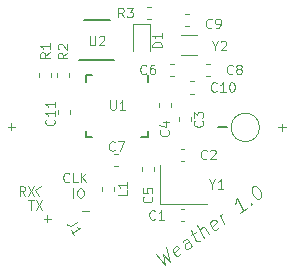
<source format=gbr>
G04 #@! TF.GenerationSoftware,KiCad,Pcbnew,6.0.0-rc1-unknown-181ce46~66~ubuntu18.04.1*
G04 #@! TF.CreationDate,2018-09-11T11:27:27+02:00*
G04 #@! TF.ProjectId,weather,776561746865722E6B696361645F7063,1.0*
G04 #@! TF.SameCoordinates,Original*
G04 #@! TF.FileFunction,Legend,Top*
G04 #@! TF.FilePolarity,Positive*
%FSLAX46Y46*%
G04 Gerber Fmt 4.6, Leading zero omitted, Abs format (unit mm)*
G04 Created by KiCad (PCBNEW 6.0.0-rc1-unknown-181ce46~66~ubuntu18.04.1) date Tue Sep 11 11:27:27 2018*
%MOMM*%
%LPD*%
G01*
G04 APERTURE LIST*
%ADD10C,0.100000*%
%ADD11C,0.120000*%
%ADD12C,0.150000*%
G04 APERTURE END LIST*
D10*
X103445238Y-84007142D02*
X104054761Y-84007142D01*
X103750000Y-84311904D02*
X103750000Y-83702380D01*
X106695238Y-83332142D02*
X107304761Y-83332142D01*
X102140476Y-82461904D02*
X102597619Y-82461904D01*
X102369047Y-83261904D02*
X102369047Y-82461904D01*
X102788095Y-82461904D02*
X103321428Y-83261904D01*
X103321428Y-82461904D02*
X102788095Y-83261904D01*
X101866666Y-82061904D02*
X101600000Y-81680952D01*
X101409523Y-82061904D02*
X101409523Y-81261904D01*
X101714285Y-81261904D01*
X101790476Y-81300000D01*
X101828571Y-81338095D01*
X101866666Y-81414285D01*
X101866666Y-81528571D01*
X101828571Y-81604761D01*
X101790476Y-81642857D01*
X101714285Y-81680952D01*
X101409523Y-81680952D01*
X102133333Y-81261904D02*
X102666666Y-82061904D01*
X102666666Y-81261904D02*
X102133333Y-82061904D01*
X105955952Y-82236904D02*
X105955952Y-81436904D01*
X106489285Y-81436904D02*
X106641666Y-81436904D01*
X106717857Y-81475000D01*
X106794047Y-81551190D01*
X106832142Y-81703571D01*
X106832142Y-81970238D01*
X106794047Y-82122619D01*
X106717857Y-82198809D01*
X106641666Y-82236904D01*
X106489285Y-82236904D01*
X106413095Y-82198809D01*
X106336904Y-82122619D01*
X106298809Y-81970238D01*
X106298809Y-81703571D01*
X106336904Y-81551190D01*
X106413095Y-81475000D01*
X106489285Y-81436904D01*
X105623809Y-80860714D02*
X105585714Y-80898809D01*
X105471428Y-80936904D01*
X105395238Y-80936904D01*
X105280952Y-80898809D01*
X105204761Y-80822619D01*
X105166666Y-80746428D01*
X105128571Y-80594047D01*
X105128571Y-80479761D01*
X105166666Y-80327380D01*
X105204761Y-80251190D01*
X105280952Y-80175000D01*
X105395238Y-80136904D01*
X105471428Y-80136904D01*
X105585714Y-80175000D01*
X105623809Y-80213095D01*
X106347619Y-80936904D02*
X105966666Y-80936904D01*
X105966666Y-80136904D01*
X106614285Y-80936904D02*
X106614285Y-80136904D01*
X107071428Y-80936904D02*
X106728571Y-80479761D01*
X107071428Y-80136904D02*
X106614285Y-80594047D01*
X112944997Y-87014739D02*
X113744459Y-87919879D01*
X113527823Y-87025191D01*
X114118928Y-87657673D01*
X113787553Y-86424775D01*
X115074986Y-86918475D02*
X115008293Y-87034933D01*
X114821059Y-87166036D01*
X114700517Y-87180682D01*
X114599859Y-87111646D01*
X114384461Y-86704401D01*
X114377420Y-86569814D01*
X114444113Y-86453357D01*
X114631348Y-86322253D01*
X114751890Y-86307607D01*
X114852548Y-86376643D01*
X114906397Y-86478454D01*
X114492160Y-86908024D01*
X115991276Y-86346641D02*
X115695104Y-85786679D01*
X115594446Y-85717643D01*
X115473904Y-85732289D01*
X115286669Y-85863392D01*
X115219977Y-85979849D01*
X115964351Y-86295735D02*
X115897659Y-86412192D01*
X115663615Y-86576071D01*
X115543073Y-86590717D01*
X115442415Y-86521682D01*
X115388566Y-86419871D01*
X115381525Y-86285283D01*
X115448217Y-86168826D01*
X115682261Y-86004947D01*
X115748954Y-85888490D01*
X115941991Y-85404531D02*
X116316460Y-85142325D01*
X115893944Y-84949864D02*
X116378589Y-85866166D01*
X116479247Y-85935201D01*
X116599789Y-85920556D01*
X116693406Y-85855004D01*
X117021067Y-85625573D02*
X116455648Y-84556554D01*
X117442345Y-85330591D02*
X117146173Y-84770629D01*
X117045515Y-84701593D01*
X116924973Y-84716239D01*
X116784547Y-84814567D01*
X116717855Y-84931024D01*
X116697971Y-85014705D01*
X118257977Y-84689721D02*
X118191284Y-84806178D01*
X118004050Y-84937282D01*
X117883507Y-84951928D01*
X117782849Y-84882892D01*
X117567452Y-84475647D01*
X117560411Y-84341060D01*
X117627104Y-84224602D01*
X117814338Y-84093499D01*
X117934880Y-84078853D01*
X118035539Y-84147889D01*
X118089388Y-84249700D01*
X117675150Y-84679269D01*
X118752989Y-84412869D02*
X118376043Y-83700190D01*
X118483741Y-83903812D02*
X118476701Y-83769225D01*
X118496585Y-83685544D01*
X118563277Y-83569086D01*
X118656895Y-83503535D01*
X120625336Y-83101837D02*
X120063632Y-83495147D01*
X120344484Y-83298492D02*
X119779065Y-82229473D01*
X119766222Y-82447741D01*
X119726454Y-82615104D01*
X119659761Y-82731562D01*
X120992765Y-82705044D02*
X121066498Y-82723173D01*
X121046614Y-82806855D01*
X120972881Y-82788725D01*
X120992765Y-82705044D01*
X121046614Y-82806855D01*
X121136517Y-81278975D02*
X121230134Y-81213423D01*
X121350676Y-81198777D01*
X121424410Y-81216907D01*
X121525068Y-81285943D01*
X121679575Y-81456790D01*
X121814199Y-81711318D01*
X121875089Y-81947716D01*
X121882130Y-82082303D01*
X121862246Y-82165985D01*
X121795553Y-82282442D01*
X121701936Y-82347994D01*
X121581394Y-82362640D01*
X121507660Y-82344510D01*
X121407002Y-82275474D01*
X121252495Y-82104627D01*
X121117871Y-81850099D01*
X121056981Y-81613701D01*
X121049940Y-81479114D01*
X121069824Y-81395432D01*
X121136517Y-81278975D01*
X123320238Y-76282142D02*
X123929761Y-76282142D01*
X123625000Y-76586904D02*
X123625000Y-75977380D01*
X100395238Y-76232142D02*
X101004761Y-76232142D01*
X100700000Y-76536904D02*
X100700000Y-75927380D01*
D11*
G04 #@! TO.C,TP1*
X121725000Y-76275000D02*
G75*
G03X121725000Y-76275000I-1200000J0D01*
G01*
G04 #@! TO.C,R3*
X112512779Y-66090000D02*
X112187221Y-66090000D01*
X112512779Y-67110000D02*
X112187221Y-67110000D01*
G04 #@! TO.C,D1*
X111015000Y-67515000D02*
X111015000Y-69800000D01*
X112485000Y-67515000D02*
X111015000Y-67515000D01*
X112485000Y-69800000D02*
X112485000Y-67515000D01*
G04 #@! TO.C,J1*
X103015148Y-82085148D02*
X102697648Y-81535222D01*
X102697648Y-81535222D02*
X103247574Y-81217722D01*
G04 #@! TO.C,C10*
X115837221Y-73410000D02*
X116162779Y-73410000D01*
X115837221Y-72390000D02*
X116162779Y-72390000D01*
G04 #@! TO.C,C11*
X105660000Y-74837221D02*
X105660000Y-75162779D01*
X104640000Y-74837221D02*
X104640000Y-75162779D01*
G04 #@! TO.C,Y2*
X116425000Y-68425000D02*
X115075000Y-68425000D01*
X116425000Y-70175000D02*
X115075000Y-70175000D01*
G04 #@! TO.C,Y1*
X113300000Y-79450000D02*
X113300000Y-82750000D01*
X113300000Y-82750000D02*
X117300000Y-82750000D01*
G04 #@! TO.C,C8*
X117562779Y-70890000D02*
X117237221Y-70890000D01*
X117562779Y-71910000D02*
X117237221Y-71910000D01*
G04 #@! TO.C,C9*
X115762779Y-67660000D02*
X115437221Y-67660000D01*
X115762779Y-66640000D02*
X115437221Y-66640000D01*
D12*
G04 #@! TO.C,U2*
X106475000Y-70575000D02*
X109425000Y-70575000D01*
X106850000Y-67175000D02*
X109050000Y-67175000D01*
D11*
G04 #@! TO.C,R1*
X104085000Y-72012779D02*
X104085000Y-71687221D01*
X103065000Y-72012779D02*
X103065000Y-71687221D01*
G04 #@! TO.C,R2*
X104565000Y-72012779D02*
X104565000Y-71687221D01*
X105585000Y-72012779D02*
X105585000Y-71687221D01*
G04 #@! TO.C,C1*
X115037221Y-84210000D02*
X115362779Y-84210000D01*
X115037221Y-83190000D02*
X115362779Y-83190000D01*
G04 #@! TO.C,C2*
X115362779Y-79110000D02*
X115037221Y-79110000D01*
X115362779Y-78090000D02*
X115037221Y-78090000D01*
G04 #@! TO.C,C3*
X114890000Y-75762779D02*
X114890000Y-75437221D01*
X115910000Y-75762779D02*
X115910000Y-75437221D01*
G04 #@! TO.C,C4*
X113190000Y-74237221D02*
X113190000Y-74562779D01*
X114210000Y-74237221D02*
X114210000Y-74562779D01*
G04 #@! TO.C,C5*
X112810000Y-79637221D02*
X112810000Y-79962779D01*
X111790000Y-79637221D02*
X111790000Y-79962779D01*
G04 #@! TO.C,C6*
X114137221Y-71910000D02*
X114462779Y-71910000D01*
X114137221Y-70890000D02*
X114462779Y-70890000D01*
G04 #@! TO.C,C7*
X109437221Y-78490000D02*
X109762779Y-78490000D01*
X109437221Y-79510000D02*
X109762779Y-79510000D01*
G04 #@! TO.C,L1*
X108370000Y-81662779D02*
X108370000Y-81337221D01*
X109390000Y-81662779D02*
X109390000Y-81337221D01*
D12*
G04 #@! TO.C,U1*
X112250000Y-77125000D02*
X111725000Y-77125000D01*
X107000000Y-71875000D02*
X107525000Y-71875000D01*
X107000000Y-77125000D02*
X107525000Y-77125000D01*
X112250000Y-71875000D02*
X112250000Y-72400000D01*
X107000000Y-71875000D02*
X107000000Y-72400000D01*
X107000000Y-77125000D02*
X107000000Y-76600000D01*
X112250000Y-77125000D02*
X112250000Y-76600000D01*
G04 #@! TO.C,TP1*
X118169047Y-76271428D02*
X118930952Y-76271428D01*
G04 #@! TO.C,R3*
D10*
X110241666Y-66961904D02*
X109975000Y-66580952D01*
X109784523Y-66961904D02*
X109784523Y-66161904D01*
X110089285Y-66161904D01*
X110165476Y-66200000D01*
X110203571Y-66238095D01*
X110241666Y-66314285D01*
X110241666Y-66428571D01*
X110203571Y-66504761D01*
X110165476Y-66542857D01*
X110089285Y-66580952D01*
X109784523Y-66580952D01*
X110508333Y-66161904D02*
X111003571Y-66161904D01*
X110736904Y-66466666D01*
X110851190Y-66466666D01*
X110927380Y-66504761D01*
X110965476Y-66542857D01*
X111003571Y-66619047D01*
X111003571Y-66809523D01*
X110965476Y-66885714D01*
X110927380Y-66923809D01*
X110851190Y-66961904D01*
X110622619Y-66961904D01*
X110546428Y-66923809D01*
X110508333Y-66885714D01*
G04 #@! TO.C,D1*
X113461904Y-69490476D02*
X112661904Y-69490476D01*
X112661904Y-69300000D01*
X112700000Y-69185714D01*
X112776190Y-69109523D01*
X112852380Y-69071428D01*
X113004761Y-69033333D01*
X113119047Y-69033333D01*
X113271428Y-69071428D01*
X113347619Y-69109523D01*
X113423809Y-69185714D01*
X113461904Y-69300000D01*
X113461904Y-69490476D01*
X113461904Y-68271428D02*
X113461904Y-68728571D01*
X113461904Y-68500000D02*
X112661904Y-68500000D01*
X112776190Y-68576190D01*
X112852380Y-68652380D01*
X112890476Y-68728571D01*
G04 #@! TO.C,J1*
X106271068Y-84300012D02*
X105776196Y-84585726D01*
X105658174Y-84609877D01*
X105554096Y-84581990D01*
X105463962Y-84502063D01*
X105425866Y-84436080D01*
X105978247Y-85392832D02*
X105749676Y-84996935D01*
X105863962Y-85194883D02*
X106556782Y-84794883D01*
X106419712Y-84786043D01*
X106315634Y-84758156D01*
X106244548Y-84711220D01*
G04 #@! TO.C,C10*
X118085714Y-73185714D02*
X118047619Y-73223809D01*
X117933333Y-73261904D01*
X117857142Y-73261904D01*
X117742857Y-73223809D01*
X117666666Y-73147619D01*
X117628571Y-73071428D01*
X117590476Y-72919047D01*
X117590476Y-72804761D01*
X117628571Y-72652380D01*
X117666666Y-72576190D01*
X117742857Y-72500000D01*
X117857142Y-72461904D01*
X117933333Y-72461904D01*
X118047619Y-72500000D01*
X118085714Y-72538095D01*
X118847619Y-73261904D02*
X118390476Y-73261904D01*
X118619047Y-73261904D02*
X118619047Y-72461904D01*
X118542857Y-72576190D01*
X118466666Y-72652380D01*
X118390476Y-72690476D01*
X119342857Y-72461904D02*
X119419047Y-72461904D01*
X119495238Y-72500000D01*
X119533333Y-72538095D01*
X119571428Y-72614285D01*
X119609523Y-72766666D01*
X119609523Y-72957142D01*
X119571428Y-73109523D01*
X119533333Y-73185714D01*
X119495238Y-73223809D01*
X119419047Y-73261904D01*
X119342857Y-73261904D01*
X119266666Y-73223809D01*
X119228571Y-73185714D01*
X119190476Y-73109523D01*
X119152380Y-72957142D01*
X119152380Y-72766666D01*
X119190476Y-72614285D01*
X119228571Y-72538095D01*
X119266666Y-72500000D01*
X119342857Y-72461904D01*
G04 #@! TO.C,C11*
X104310714Y-75614285D02*
X104348809Y-75652380D01*
X104386904Y-75766666D01*
X104386904Y-75842857D01*
X104348809Y-75957142D01*
X104272619Y-76033333D01*
X104196428Y-76071428D01*
X104044047Y-76109523D01*
X103929761Y-76109523D01*
X103777380Y-76071428D01*
X103701190Y-76033333D01*
X103625000Y-75957142D01*
X103586904Y-75842857D01*
X103586904Y-75766666D01*
X103625000Y-75652380D01*
X103663095Y-75614285D01*
X104386904Y-74852380D02*
X104386904Y-75309523D01*
X104386904Y-75080952D02*
X103586904Y-75080952D01*
X103701190Y-75157142D01*
X103777380Y-75233333D01*
X103815476Y-75309523D01*
X104386904Y-74090476D02*
X104386904Y-74547619D01*
X104386904Y-74319047D02*
X103586904Y-74319047D01*
X103701190Y-74395238D01*
X103777380Y-74471428D01*
X103815476Y-74547619D01*
G04 #@! TO.C,Y2*
X117969047Y-69380952D02*
X117969047Y-69761904D01*
X117702380Y-68961904D02*
X117969047Y-69380952D01*
X118235714Y-68961904D01*
X118464285Y-69038095D02*
X118502380Y-69000000D01*
X118578571Y-68961904D01*
X118769047Y-68961904D01*
X118845238Y-69000000D01*
X118883333Y-69038095D01*
X118921428Y-69114285D01*
X118921428Y-69190476D01*
X118883333Y-69304761D01*
X118426190Y-69761904D01*
X118921428Y-69761904D01*
G04 #@! TO.C,Y1*
X117719047Y-81080952D02*
X117719047Y-81461904D01*
X117452380Y-80661904D02*
X117719047Y-81080952D01*
X117985714Y-80661904D01*
X118671428Y-81461904D02*
X118214285Y-81461904D01*
X118442857Y-81461904D02*
X118442857Y-80661904D01*
X118366666Y-80776190D01*
X118290476Y-80852380D01*
X118214285Y-80890476D01*
G04 #@! TO.C,C8*
X119466666Y-71685714D02*
X119428571Y-71723809D01*
X119314285Y-71761904D01*
X119238095Y-71761904D01*
X119123809Y-71723809D01*
X119047619Y-71647619D01*
X119009523Y-71571428D01*
X118971428Y-71419047D01*
X118971428Y-71304761D01*
X119009523Y-71152380D01*
X119047619Y-71076190D01*
X119123809Y-71000000D01*
X119238095Y-70961904D01*
X119314285Y-70961904D01*
X119428571Y-71000000D01*
X119466666Y-71038095D01*
X119923809Y-71304761D02*
X119847619Y-71266666D01*
X119809523Y-71228571D01*
X119771428Y-71152380D01*
X119771428Y-71114285D01*
X119809523Y-71038095D01*
X119847619Y-71000000D01*
X119923809Y-70961904D01*
X120076190Y-70961904D01*
X120152380Y-71000000D01*
X120190476Y-71038095D01*
X120228571Y-71114285D01*
X120228571Y-71152380D01*
X120190476Y-71228571D01*
X120152380Y-71266666D01*
X120076190Y-71304761D01*
X119923809Y-71304761D01*
X119847619Y-71342857D01*
X119809523Y-71380952D01*
X119771428Y-71457142D01*
X119771428Y-71609523D01*
X119809523Y-71685714D01*
X119847619Y-71723809D01*
X119923809Y-71761904D01*
X120076190Y-71761904D01*
X120152380Y-71723809D01*
X120190476Y-71685714D01*
X120228571Y-71609523D01*
X120228571Y-71457142D01*
X120190476Y-71380952D01*
X120152380Y-71342857D01*
X120076190Y-71304761D01*
G04 #@! TO.C,C9*
X117666666Y-67785714D02*
X117628571Y-67823809D01*
X117514285Y-67861904D01*
X117438095Y-67861904D01*
X117323809Y-67823809D01*
X117247619Y-67747619D01*
X117209523Y-67671428D01*
X117171428Y-67519047D01*
X117171428Y-67404761D01*
X117209523Y-67252380D01*
X117247619Y-67176190D01*
X117323809Y-67100000D01*
X117438095Y-67061904D01*
X117514285Y-67061904D01*
X117628571Y-67100000D01*
X117666666Y-67138095D01*
X118047619Y-67861904D02*
X118200000Y-67861904D01*
X118276190Y-67823809D01*
X118314285Y-67785714D01*
X118390476Y-67671428D01*
X118428571Y-67519047D01*
X118428571Y-67214285D01*
X118390476Y-67138095D01*
X118352380Y-67100000D01*
X118276190Y-67061904D01*
X118123809Y-67061904D01*
X118047619Y-67100000D01*
X118009523Y-67138095D01*
X117971428Y-67214285D01*
X117971428Y-67404761D01*
X118009523Y-67480952D01*
X118047619Y-67519047D01*
X118123809Y-67557142D01*
X118276190Y-67557142D01*
X118352380Y-67519047D01*
X118390476Y-67480952D01*
X118428571Y-67404761D01*
G04 #@! TO.C,U2*
X107340476Y-68536904D02*
X107340476Y-69184523D01*
X107378571Y-69260714D01*
X107416666Y-69298809D01*
X107492857Y-69336904D01*
X107645238Y-69336904D01*
X107721428Y-69298809D01*
X107759523Y-69260714D01*
X107797619Y-69184523D01*
X107797619Y-68536904D01*
X108140476Y-68613095D02*
X108178571Y-68575000D01*
X108254761Y-68536904D01*
X108445238Y-68536904D01*
X108521428Y-68575000D01*
X108559523Y-68613095D01*
X108597619Y-68689285D01*
X108597619Y-68765476D01*
X108559523Y-68879761D01*
X108102380Y-69336904D01*
X108597619Y-69336904D01*
G04 #@! TO.C,R1*
X103961904Y-69933333D02*
X103580952Y-70200000D01*
X103961904Y-70390476D02*
X103161904Y-70390476D01*
X103161904Y-70085714D01*
X103200000Y-70009523D01*
X103238095Y-69971428D01*
X103314285Y-69933333D01*
X103428571Y-69933333D01*
X103504761Y-69971428D01*
X103542857Y-70009523D01*
X103580952Y-70085714D01*
X103580952Y-70390476D01*
X103961904Y-69171428D02*
X103961904Y-69628571D01*
X103961904Y-69400000D02*
X103161904Y-69400000D01*
X103276190Y-69476190D01*
X103352380Y-69552380D01*
X103390476Y-69628571D01*
G04 #@! TO.C,R2*
X105461904Y-69958333D02*
X105080952Y-70225000D01*
X105461904Y-70415476D02*
X104661904Y-70415476D01*
X104661904Y-70110714D01*
X104700000Y-70034523D01*
X104738095Y-69996428D01*
X104814285Y-69958333D01*
X104928571Y-69958333D01*
X105004761Y-69996428D01*
X105042857Y-70034523D01*
X105080952Y-70110714D01*
X105080952Y-70415476D01*
X104738095Y-69653571D02*
X104700000Y-69615476D01*
X104661904Y-69539285D01*
X104661904Y-69348809D01*
X104700000Y-69272619D01*
X104738095Y-69234523D01*
X104814285Y-69196428D01*
X104890476Y-69196428D01*
X105004761Y-69234523D01*
X105461904Y-69691666D01*
X105461904Y-69196428D01*
G04 #@! TO.C,C1*
X112891666Y-84010714D02*
X112853571Y-84048809D01*
X112739285Y-84086904D01*
X112663095Y-84086904D01*
X112548809Y-84048809D01*
X112472619Y-83972619D01*
X112434523Y-83896428D01*
X112396428Y-83744047D01*
X112396428Y-83629761D01*
X112434523Y-83477380D01*
X112472619Y-83401190D01*
X112548809Y-83325000D01*
X112663095Y-83286904D01*
X112739285Y-83286904D01*
X112853571Y-83325000D01*
X112891666Y-83363095D01*
X113653571Y-84086904D02*
X113196428Y-84086904D01*
X113425000Y-84086904D02*
X113425000Y-83286904D01*
X113348809Y-83401190D01*
X113272619Y-83477380D01*
X113196428Y-83515476D01*
G04 #@! TO.C,C2*
X117266666Y-78885714D02*
X117228571Y-78923809D01*
X117114285Y-78961904D01*
X117038095Y-78961904D01*
X116923809Y-78923809D01*
X116847619Y-78847619D01*
X116809523Y-78771428D01*
X116771428Y-78619047D01*
X116771428Y-78504761D01*
X116809523Y-78352380D01*
X116847619Y-78276190D01*
X116923809Y-78200000D01*
X117038095Y-78161904D01*
X117114285Y-78161904D01*
X117228571Y-78200000D01*
X117266666Y-78238095D01*
X117571428Y-78238095D02*
X117609523Y-78200000D01*
X117685714Y-78161904D01*
X117876190Y-78161904D01*
X117952380Y-78200000D01*
X117990476Y-78238095D01*
X118028571Y-78314285D01*
X118028571Y-78390476D01*
X117990476Y-78504761D01*
X117533333Y-78961904D01*
X118028571Y-78961904D01*
G04 #@! TO.C,C3*
X116885714Y-75733333D02*
X116923809Y-75771428D01*
X116961904Y-75885714D01*
X116961904Y-75961904D01*
X116923809Y-76076190D01*
X116847619Y-76152380D01*
X116771428Y-76190476D01*
X116619047Y-76228571D01*
X116504761Y-76228571D01*
X116352380Y-76190476D01*
X116276190Y-76152380D01*
X116200000Y-76076190D01*
X116161904Y-75961904D01*
X116161904Y-75885714D01*
X116200000Y-75771428D01*
X116238095Y-75733333D01*
X116161904Y-75466666D02*
X116161904Y-74971428D01*
X116466666Y-75238095D01*
X116466666Y-75123809D01*
X116504761Y-75047619D01*
X116542857Y-75009523D01*
X116619047Y-74971428D01*
X116809523Y-74971428D01*
X116885714Y-75009523D01*
X116923809Y-75047619D01*
X116961904Y-75123809D01*
X116961904Y-75352380D01*
X116923809Y-75428571D01*
X116885714Y-75466666D01*
G04 #@! TO.C,C4*
X113985714Y-76533333D02*
X114023809Y-76571428D01*
X114061904Y-76685714D01*
X114061904Y-76761904D01*
X114023809Y-76876190D01*
X113947619Y-76952380D01*
X113871428Y-76990476D01*
X113719047Y-77028571D01*
X113604761Y-77028571D01*
X113452380Y-76990476D01*
X113376190Y-76952380D01*
X113300000Y-76876190D01*
X113261904Y-76761904D01*
X113261904Y-76685714D01*
X113300000Y-76571428D01*
X113338095Y-76533333D01*
X113528571Y-75847619D02*
X114061904Y-75847619D01*
X113223809Y-76038095D02*
X113795238Y-76228571D01*
X113795238Y-75733333D01*
G04 #@! TO.C,C5*
X112585714Y-82133333D02*
X112623809Y-82171428D01*
X112661904Y-82285714D01*
X112661904Y-82361904D01*
X112623809Y-82476190D01*
X112547619Y-82552380D01*
X112471428Y-82590476D01*
X112319047Y-82628571D01*
X112204761Y-82628571D01*
X112052380Y-82590476D01*
X111976190Y-82552380D01*
X111900000Y-82476190D01*
X111861904Y-82361904D01*
X111861904Y-82285714D01*
X111900000Y-82171428D01*
X111938095Y-82133333D01*
X111861904Y-81409523D02*
X111861904Y-81790476D01*
X112242857Y-81828571D01*
X112204761Y-81790476D01*
X112166666Y-81714285D01*
X112166666Y-81523809D01*
X112204761Y-81447619D01*
X112242857Y-81409523D01*
X112319047Y-81371428D01*
X112509523Y-81371428D01*
X112585714Y-81409523D01*
X112623809Y-81447619D01*
X112661904Y-81523809D01*
X112661904Y-81714285D01*
X112623809Y-81790476D01*
X112585714Y-81828571D01*
G04 #@! TO.C,C6*
X112116666Y-71685714D02*
X112078571Y-71723809D01*
X111964285Y-71761904D01*
X111888095Y-71761904D01*
X111773809Y-71723809D01*
X111697619Y-71647619D01*
X111659523Y-71571428D01*
X111621428Y-71419047D01*
X111621428Y-71304761D01*
X111659523Y-71152380D01*
X111697619Y-71076190D01*
X111773809Y-71000000D01*
X111888095Y-70961904D01*
X111964285Y-70961904D01*
X112078571Y-71000000D01*
X112116666Y-71038095D01*
X112802380Y-70961904D02*
X112650000Y-70961904D01*
X112573809Y-71000000D01*
X112535714Y-71038095D01*
X112459523Y-71152380D01*
X112421428Y-71304761D01*
X112421428Y-71609523D01*
X112459523Y-71685714D01*
X112497619Y-71723809D01*
X112573809Y-71761904D01*
X112726190Y-71761904D01*
X112802380Y-71723809D01*
X112840476Y-71685714D01*
X112878571Y-71609523D01*
X112878571Y-71419047D01*
X112840476Y-71342857D01*
X112802380Y-71304761D01*
X112726190Y-71266666D01*
X112573809Y-71266666D01*
X112497619Y-71304761D01*
X112459523Y-71342857D01*
X112421428Y-71419047D01*
G04 #@! TO.C,C7*
X109466666Y-78185714D02*
X109428571Y-78223809D01*
X109314285Y-78261904D01*
X109238095Y-78261904D01*
X109123809Y-78223809D01*
X109047619Y-78147619D01*
X109009523Y-78071428D01*
X108971428Y-77919047D01*
X108971428Y-77804761D01*
X109009523Y-77652380D01*
X109047619Y-77576190D01*
X109123809Y-77500000D01*
X109238095Y-77461904D01*
X109314285Y-77461904D01*
X109428571Y-77500000D01*
X109466666Y-77538095D01*
X109733333Y-77461904D02*
X110266666Y-77461904D01*
X109923809Y-78261904D01*
G04 #@! TO.C,L1*
X110511904Y-81608333D02*
X110511904Y-81989285D01*
X109711904Y-81989285D01*
X110511904Y-80922619D02*
X110511904Y-81379761D01*
X110511904Y-81151190D02*
X109711904Y-81151190D01*
X109826190Y-81227380D01*
X109902380Y-81303571D01*
X109940476Y-81379761D01*
G04 #@! TO.C,U1*
X109090476Y-73961904D02*
X109090476Y-74609523D01*
X109128571Y-74685714D01*
X109166666Y-74723809D01*
X109242857Y-74761904D01*
X109395238Y-74761904D01*
X109471428Y-74723809D01*
X109509523Y-74685714D01*
X109547619Y-74609523D01*
X109547619Y-73961904D01*
X110347619Y-74761904D02*
X109890476Y-74761904D01*
X110119047Y-74761904D02*
X110119047Y-73961904D01*
X110042857Y-74076190D01*
X109966666Y-74152380D01*
X109890476Y-74190476D01*
G04 #@! TD*
M02*

</source>
